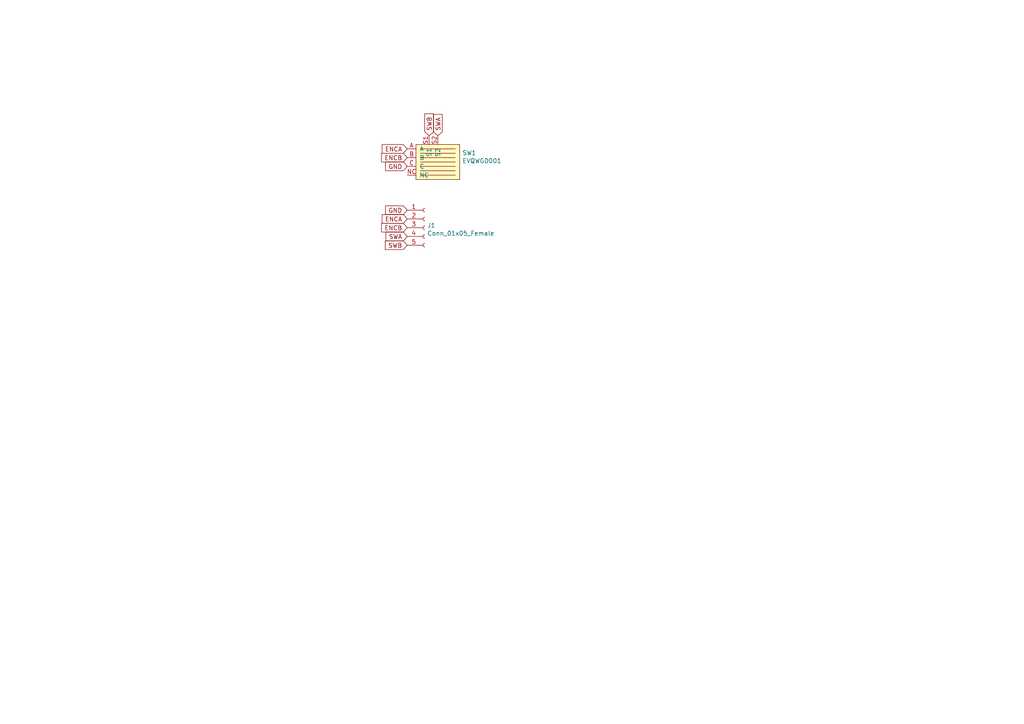
<source format=kicad_sch>
(kicad_sch (version 20211123) (generator eeschema)
  (paper "A4")
  (lib_symbols
    (symbol "Connector:Conn_01x05_Female" (pin_names (offset 1.016) hide)
      (property "Reference" "J" (at 0 7.62 0))
      (property "Value" "Conn_01x05_Female" (at 0 -7.62 0))
      (symbol "Conn_01x05_Female_1_1"
        (arc (start 0 -4.572) (mid -0.508 -5.08) (end 0 -5.588) (stroke (width 0.1524)))
        (arc (start 0 -2.032) (mid -0.508 -2.54) (end 0 -3.048) (stroke (width 0.1524)))
        (polyline (pts (xy -1.27 -5.08) (xy -0.508 -5.08)) (stroke (width 0.1524)))
        (polyline (pts (xy -1.27 -2.54) (xy -0.508 -2.54)) (stroke (width 0.1524)))
        (polyline (pts (xy -1.27 0) (xy -0.508 0)) (stroke (width 0.1524)))
        (polyline (pts (xy -1.27 2.54) (xy -0.508 2.54)) (stroke (width 0.1524)))
        (polyline (pts (xy -1.27 5.08) (xy -0.508 5.08)) (stroke (width 0.1524)))
        (arc (start 0 0.508) (mid -0.508 0) (end 0 -0.508) (stroke (width 0.1524)))
        (arc (start 0 3.048) (mid -0.508 2.54) (end 0 2.032) (stroke (width 0.1524)))
        (arc (start 0 5.588) (mid -0.508 5.08) (end 0 4.572) (stroke (width 0.1524)))
        (pin passive line (at -5.08 5.08 0) (length 3.81) (name "Pin_1") (number "1"))
        (pin passive line (at -5.08 2.54 0) (length 3.81) (name "Pin_2") (number "2"))
        (pin passive line (at -5.08 0 0) (length 3.81) (name "Pin_3") (number "3"))
        (pin passive line (at -5.08 -2.54 0) (length 3.81) (name "Pin_4") (number "4"))
        (pin passive line (at -5.08 -5.08 0) (length 3.81) (name "Pin_5") (number "5"))
      )
    )
    (symbol "evqwgd001:EVQWGD001" (pin_names (offset 1.016))
      (property "Reference" "SW" (at 3.81 6.35 0))
      (property "Value" "EVQWGD001" (at 0 -8.89 0))
      (symbol "EVQWGD001_0_1"
        (rectangle (start -6.35 3.81) (end 6.35 -6.35) (fill (type background)))
        (polyline (pts (xy -5.08 -5.08) (xy 5.08 -5.08)))
        (polyline (pts (xy -5.08 -3.81) (xy 5.08 -3.81)))
        (polyline (pts (xy -5.08 -2.54) (xy 5.08 -2.54)))
        (polyline (pts (xy -5.08 -1.27) (xy 5.08 -1.27)))
        (polyline (pts (xy -5.08 0) (xy 5.08 0)))
        (polyline (pts (xy -5.08 1.27) (xy 5.08 1.27)))
        (polyline (pts (xy -5.08 2.54) (xy 5.08 2.54)))
      )
      (symbol "EVQWGD001_1_1"
        (pin output line (at -8.89 2.54 0) (length 2.54) (name "A") (number "A"))
        (pin output line (at -8.89 0 0) (length 2.54) (name "B") (number "B"))
        (pin passive line (at -8.89 -2.54 0) (length 2.54) (name "C") (number "C"))
        (pin unspecified line (at -8.89 -5.08 0) (length 2.54) (name "NC") (number "NC"))
        (pin output line (at -2.54 6.35 270) (length 2.54) (name "S1") (number "S1"))
        (pin output line (at 0 6.35 270) (length 2.54) (name "S2") (number "S2"))
      )
    )
  )
  (global_label "GND" (shape input) (at 118.11 60.96 180) (property "Intersheet References" "${INTERSHEET_REFS}" (effects hide)))
  (global_label "ENCA" (shape input) (at 118.11 43.18 180) (property "Intersheet References" "${INTERSHEET_REFS}" (effects hide)))
  (global_label "SWB" (shape input) (at 124.46 39.37 90) (property "Intersheet References" "${INTERSHEET_REFS}" (effects hide)))
  (global_label "GND" (shape input) (at 118.11 48.26 180) (property "Intersheet References" "${INTERSHEET_REFS}" (effects hide)))
  (global_label "ENCB" (shape input) (at 118.11 45.72 180) (property "Intersheet References" "${INTERSHEET_REFS}" (effects hide)))
  (global_label "SWA" (shape input) (at 127 39.37 90) (property "Intersheet References" "${INTERSHEET_REFS}" (effects hide)))
  (global_label "SWA" (shape input) (at 118.11 68.58 180) (property "Intersheet References" "${INTERSHEET_REFS}" (effects hide)))
  (global_label "ENCB" (shape input) (at 118.11 66.04 180) (property "Intersheet References" "${INTERSHEET_REFS}" (effects hide)))
  (global_label "SWB" (shape input) (at 118.11 71.12 180) (property "Intersheet References" "${INTERSHEET_REFS}" (effects hide)))
  (global_label "ENCA" (shape input) (at 118.11 63.5 180) (property "Intersheet References" "${INTERSHEET_REFS}" (effects hide)))
  (symbol (lib_id "evqwgd001:EVQWGD001") (at 127 45.72 0) (unit 1)
    (property "Reference" "SW1" (at 134.0612 44.3484 0) (effects (justify left)))
    (property "Value" "EVQWGD001" (at 134.0612 46.6598 0) (effects (justify left)))
    (property "Footprint" "SofleRGB:EVQWGD001" (effects hide))
  )
  (symbol (lib_id "Connector:Conn_01x05_Female") (at 123.19 66.04 0) (unit 1)
    (property "Reference" "J1" (at 123.9012 65.3796 0) (effects (justify left)))
    (property "Value" "Conn_01x05_Female" (at 123.9012 67.691 0) (effects (justify left)))
    (property "Footprint" "Connector_PinHeader_2.54mm:PinHeader_1x05_P2.54mm_Horizontal" (effects hide))
  )
)
</source>
